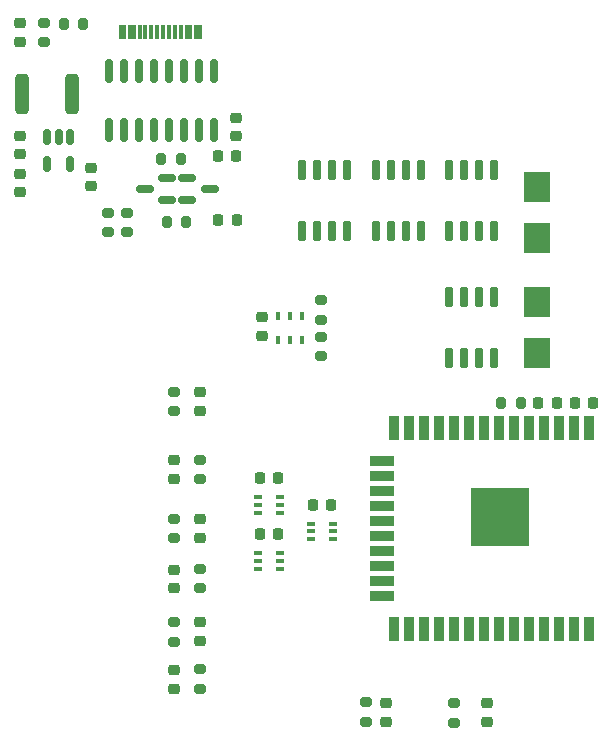
<source format=gbr>
G04 #@! TF.GenerationSoftware,KiCad,Pcbnew,(5.99.0-9218-g05b559c9dc)*
G04 #@! TF.CreationDate,2021-05-16T23:39:12+02:00*
G04 #@! TF.ProjectId,Self_Watering_Plant,53656c66-5f57-4617-9465-72696e675f50,rev?*
G04 #@! TF.SameCoordinates,Original*
G04 #@! TF.FileFunction,Paste,Top*
G04 #@! TF.FilePolarity,Positive*
%FSLAX46Y46*%
G04 Gerber Fmt 4.6, Leading zero omitted, Abs format (unit mm)*
G04 Created by KiCad (PCBNEW (5.99.0-9218-g05b559c9dc)) date 2021-05-16 23:39:12*
%MOMM*%
%LPD*%
G01*
G04 APERTURE LIST*
G04 Aperture macros list*
%AMRoundRect*
0 Rectangle with rounded corners*
0 $1 Rounding radius*
0 $2 $3 $4 $5 $6 $7 $8 $9 X,Y pos of 4 corners*
0 Add a 4 corners polygon primitive as box body*
4,1,4,$2,$3,$4,$5,$6,$7,$8,$9,$2,$3,0*
0 Add four circle primitives for the rounded corners*
1,1,$1+$1,$2,$3*
1,1,$1+$1,$4,$5*
1,1,$1+$1,$6,$7*
1,1,$1+$1,$8,$9*
0 Add four rect primitives between the rounded corners*
20,1,$1+$1,$2,$3,$4,$5,0*
20,1,$1+$1,$4,$5,$6,$7,0*
20,1,$1+$1,$6,$7,$8,$9,0*
20,1,$1+$1,$8,$9,$2,$3,0*%
G04 Aperture macros list end*
%ADD10RoundRect,0.150000X-0.587500X-0.150000X0.587500X-0.150000X0.587500X0.150000X-0.587500X0.150000X0*%
%ADD11RoundRect,0.150000X0.587500X0.150000X-0.587500X0.150000X-0.587500X-0.150000X0.587500X-0.150000X0*%
%ADD12RoundRect,0.200000X-0.275000X0.200000X-0.275000X-0.200000X0.275000X-0.200000X0.275000X0.200000X0*%
%ADD13RoundRect,0.150000X-0.150000X0.825000X-0.150000X-0.825000X0.150000X-0.825000X0.150000X0.825000X0*%
%ADD14RoundRect,0.225000X-0.225000X-0.250000X0.225000X-0.250000X0.225000X0.250000X-0.225000X0.250000X0*%
%ADD15RoundRect,0.225000X-0.250000X0.225000X-0.250000X-0.225000X0.250000X-0.225000X0.250000X0.225000X0*%
%ADD16RoundRect,0.225000X0.225000X0.250000X-0.225000X0.250000X-0.225000X-0.250000X0.225000X-0.250000X0*%
%ADD17RoundRect,0.218750X0.256250X-0.218750X0.256250X0.218750X-0.256250X0.218750X-0.256250X-0.218750X0*%
%ADD18RoundRect,0.200000X-0.200000X-0.275000X0.200000X-0.275000X0.200000X0.275000X-0.200000X0.275000X0*%
%ADD19RoundRect,0.200000X0.200000X0.275000X-0.200000X0.275000X-0.200000X-0.275000X0.200000X-0.275000X0*%
%ADD20R,0.300000X1.150000*%
%ADD21RoundRect,0.200000X0.275000X-0.200000X0.275000X0.200000X-0.275000X0.200000X-0.275000X-0.200000X0*%
%ADD22RoundRect,0.150000X-0.150000X0.512500X-0.150000X-0.512500X0.150000X-0.512500X0.150000X0.512500X0*%
%ADD23R,0.900000X2.000000*%
%ADD24R,2.000000X0.900000*%
%ADD25R,5.000000X5.000000*%
%ADD26RoundRect,0.150000X0.150000X-0.725000X0.150000X0.725000X-0.150000X0.725000X-0.150000X-0.725000X0*%
%ADD27RoundRect,0.250000X0.312500X1.450000X-0.312500X1.450000X-0.312500X-1.450000X0.312500X-1.450000X0*%
%ADD28R,0.400000X0.775000*%
%ADD29R,2.300000X2.500000*%
%ADD30R,0.650000X0.400000*%
%ADD31RoundRect,0.225000X0.250000X-0.225000X0.250000X0.225000X-0.250000X0.225000X-0.250000X-0.225000X0*%
G04 APERTURE END LIST*
D10*
X132287500Y-90525000D03*
X130412500Y-91475000D03*
X130412500Y-89575000D03*
D11*
X126812500Y-90525000D03*
X128687500Y-89575000D03*
X128687500Y-91475000D03*
D12*
X131500000Y-132825000D03*
X131500000Y-131175000D03*
X131500000Y-124325000D03*
X131500000Y-122675000D03*
D13*
X132695000Y-85475000D03*
X131425000Y-85475000D03*
X130155000Y-85475000D03*
X128885000Y-85475000D03*
X127615000Y-85475000D03*
X126345000Y-85475000D03*
X125075000Y-85475000D03*
X123805000Y-85475000D03*
X123805000Y-80525000D03*
X125075000Y-80525000D03*
X126345000Y-80525000D03*
X127615000Y-80525000D03*
X128885000Y-80525000D03*
X130155000Y-80525000D03*
X131425000Y-80525000D03*
X132695000Y-80525000D03*
D14*
X134525000Y-87750000D03*
X132975000Y-87750000D03*
D15*
X134500000Y-86025000D03*
X134500000Y-84475000D03*
D14*
X164775000Y-108650000D03*
X163225000Y-108650000D03*
D16*
X160125000Y-108650000D03*
X161675000Y-108650000D03*
D14*
X134587500Y-93150000D03*
X133037500Y-93150000D03*
D17*
X131500000Y-127175000D03*
X131500000Y-128750000D03*
X131500000Y-118462500D03*
X131500000Y-120037500D03*
D18*
X129825000Y-87925000D03*
X128175000Y-87925000D03*
D19*
X128675000Y-93275000D03*
X130325000Y-93275000D03*
X156975000Y-108650000D03*
X158625000Y-108650000D03*
D12*
X141700000Y-104662500D03*
X141700000Y-103012500D03*
D20*
X124750000Y-77170000D03*
X125550000Y-77170000D03*
X130350000Y-77170000D03*
X131150000Y-77170000D03*
X131450000Y-77170000D03*
X130650000Y-77170000D03*
X129850000Y-77170000D03*
X129350000Y-77170000D03*
X128850000Y-77170000D03*
X128350000Y-77170000D03*
X127850000Y-77170000D03*
X127350000Y-77170000D03*
X126850000Y-77170000D03*
X126350000Y-77170000D03*
X125850000Y-77170000D03*
X125050000Y-77170000D03*
D15*
X129250000Y-132800000D03*
X129250000Y-131250000D03*
D21*
X153000000Y-134025000D03*
X153000000Y-135675000D03*
D22*
X120450000Y-88387500D03*
X118550000Y-88387500D03*
X118550000Y-86112500D03*
X119500000Y-86112500D03*
X120450000Y-86112500D03*
D12*
X131500000Y-115075000D03*
X131500000Y-113425000D03*
D23*
X164405000Y-127750000D03*
X163135000Y-127750000D03*
X161865000Y-127750000D03*
X160595000Y-127750000D03*
X159325000Y-127750000D03*
X158055000Y-127750000D03*
X156785000Y-127750000D03*
X155515000Y-127750000D03*
X154245000Y-127750000D03*
X152975000Y-127750000D03*
X151705000Y-127750000D03*
X150435000Y-127750000D03*
X149165000Y-127750000D03*
X147895000Y-127750000D03*
D24*
X146895000Y-124965000D03*
X146895000Y-123695000D03*
X146895000Y-122425000D03*
X146895000Y-121155000D03*
X146895000Y-119885000D03*
X146895000Y-118615000D03*
X146895000Y-117345000D03*
X146895000Y-116075000D03*
X146895000Y-114805000D03*
X146895000Y-113535000D03*
D23*
X147895000Y-110750000D03*
X149165000Y-110750000D03*
X150435000Y-110750000D03*
X151705000Y-110750000D03*
X152975000Y-110750000D03*
X154245000Y-110750000D03*
X155515000Y-110750000D03*
X156785000Y-110750000D03*
X158055000Y-110750000D03*
X159325000Y-110750000D03*
X160595000Y-110750000D03*
X161865000Y-110750000D03*
X163135000Y-110750000D03*
X164405000Y-110750000D03*
D25*
X156905000Y-118250000D03*
D17*
X155800000Y-134062500D03*
X155800000Y-135637500D03*
D15*
X116250000Y-87525000D03*
X116250000Y-85975000D03*
D16*
X141025000Y-117250000D03*
X142575000Y-117250000D03*
X136525000Y-119750000D03*
X138075000Y-119750000D03*
D12*
X118250000Y-78075000D03*
X118250000Y-76425000D03*
D26*
X146345000Y-88925000D03*
X147615000Y-88925000D03*
X148885000Y-88925000D03*
X150155000Y-88925000D03*
X150155000Y-94075000D03*
X148885000Y-94075000D03*
X147615000Y-94075000D03*
X146345000Y-94075000D03*
D21*
X125300000Y-92525000D03*
X125300000Y-94175000D03*
D17*
X147200000Y-134062500D03*
X147200000Y-135637500D03*
D15*
X116250000Y-90775000D03*
X116250000Y-89225000D03*
D27*
X116362500Y-82500000D03*
X120637500Y-82500000D03*
D28*
X138100000Y-101250000D03*
X139100000Y-101250000D03*
X140100000Y-101250000D03*
X140100000Y-103250000D03*
X139100000Y-103250000D03*
X138100000Y-103250000D03*
D29*
X160000000Y-100100000D03*
X160000000Y-104400000D03*
D12*
X129250000Y-128850000D03*
X129250000Y-127200000D03*
D19*
X119925000Y-76500000D03*
X121575000Y-76500000D03*
D15*
X129250000Y-124275000D03*
X129250000Y-122725000D03*
D30*
X142750000Y-118850000D03*
X142750000Y-120150000D03*
X140850000Y-119500000D03*
X142750000Y-119500000D03*
X140850000Y-120150000D03*
X140850000Y-118850000D03*
D29*
X160000000Y-90350000D03*
X160000000Y-94650000D03*
D12*
X129250000Y-109325000D03*
X129250000Y-107675000D03*
D16*
X136525000Y-115000000D03*
X138075000Y-115000000D03*
D12*
X129250000Y-120075000D03*
X129250000Y-118425000D03*
D26*
X152595000Y-99675000D03*
X153865000Y-99675000D03*
X155135000Y-99675000D03*
X156405000Y-99675000D03*
X156405000Y-104825000D03*
X155135000Y-104825000D03*
X153865000Y-104825000D03*
X152595000Y-104825000D03*
D15*
X122250000Y-90275000D03*
X122250000Y-88725000D03*
D21*
X145550000Y-133975000D03*
X145550000Y-135625000D03*
D15*
X129250000Y-115025000D03*
X129250000Y-113475000D03*
D21*
X141700000Y-99912500D03*
X141700000Y-101562500D03*
D30*
X138250000Y-116600000D03*
X138250000Y-117900000D03*
X136350000Y-117250000D03*
X138250000Y-117250000D03*
X136350000Y-117900000D03*
X136350000Y-116600000D03*
D26*
X140095000Y-88925000D03*
X141365000Y-88925000D03*
X142635000Y-88925000D03*
X143905000Y-88925000D03*
X143905000Y-94075000D03*
X142635000Y-94075000D03*
X141365000Y-94075000D03*
X140095000Y-94075000D03*
D31*
X136700000Y-101375000D03*
X136700000Y-102925000D03*
D17*
X131500000Y-107712500D03*
X131500000Y-109287500D03*
D30*
X138250000Y-121350000D03*
X138250000Y-122650000D03*
X136350000Y-122000000D03*
X138250000Y-122000000D03*
X136350000Y-122650000D03*
X136350000Y-121350000D03*
D21*
X123700000Y-92525000D03*
X123700000Y-94175000D03*
D17*
X116250000Y-76462500D03*
X116250000Y-78037500D03*
D26*
X152595000Y-88925000D03*
X153865000Y-88925000D03*
X155135000Y-88925000D03*
X156405000Y-88925000D03*
X156405000Y-94075000D03*
X155135000Y-94075000D03*
X153865000Y-94075000D03*
X152595000Y-94075000D03*
M02*

</source>
